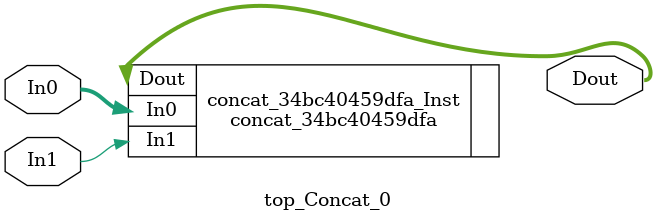
<source format=v>
/************************************************************\
**	Copyright (c) 2012-2024 Anlogic Inc.
**	All Right Reserved.
\************************************************************/
/************************************************************\
**	Build time: Dec 03 2024 17:57:28
**	TD version	:	5.9.122301
************************************************************/
module top_Concat_0
(
  input   [5:0]                 In0,
  input   [0:0]                 In1,
  output  [6:0]                 Dout
);

  concat_34bc40459dfa
  #(
      .PORT_NUM(2),
      .IN_WIDTH_0(6),
      .IN_WIDTH_1(1),
      .OUT_WIDTH(7)
  )concat_34bc40459dfa_Inst
  (
      .In0(In0),
      .In1(In1),
      .Dout(Dout)
  );
endmodule

</source>
